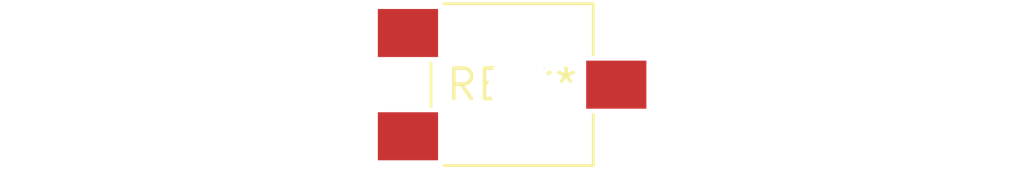
<source format=kicad_pcb>
(kicad_pcb (version 20240108) (generator pcbnew)
  (layers (0 "F.Cu" signal) (31 "B.Cu" signal) (34 "B.Paste" user) (35 "F.Paste" user) (36 "B.SilkS" user "B.Silkscreen") (37 "F.SilkS" user "F.Silkscreen") (38 "B.Mask" user) (39 "F.Mask" user) (44 "Edge.Cuts" user))
  (net 0 "")
  (footprint "Potentiometer_ACP_CA6-VSMD_Vertical_Hole" (layer "F.Cu") (at 0 0)
    (property "Reference" "REF**")
    (property "Value" "Potentiometer_ACP_CA6-VSMD_Vertical_Hole")
    (fp_line (start -3.37 -0.909) (end -3.37 0.91) (layer "F.SilkS") (stroke (width 0.12)))
    (fp_line (start -2.834 -3.371) (end 3.37 -3.371) (layer "F.SilkS") (stroke (width 0.12)))
    (fp_line (start -2.834 3.37) (end 3.37 3.37) (layer "F.SilkS") (stroke (width 0.12)))
    (fp_line (start 3.37 -3.371) (end 3.37 -1.24) (layer "F.SilkS") (stroke (width 0.12)))
    (fp_line (start 3.37 1.24) (end 3.37 3.37) (layer "F.SilkS") (stroke (width 0.12)))
    (pad "" np_thru_hole circle (at 0.275 0) (size 2.5 2.5) (drill 2.5) (layers *.Cu *.Mask))
    (pad "1" smd rect (at -4.325 2.15) (size 2.5 2) (layers "F.Cu" "F.Paste" "F.Mask"))
    (pad "2" smd rect (at 4.325 0) (size 2.5 2) (layers "F.Cu" "F.Paste" "F.Mask"))
    (pad "3" smd rect (at -4.325 -2.15) (size 2.5 2) (layers "F.Cu" "F.Paste" "F.Mask"))
  )
)
</source>
